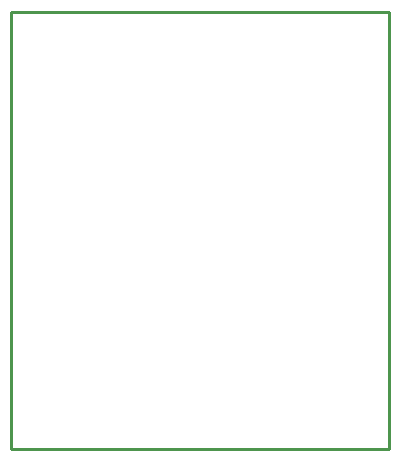
<source format=gm1>
G04*
G04 #@! TF.GenerationSoftware,Altium Limited,Altium Designer,21.1.1 (26)*
G04*
G04 Layer_Color=16711935*
%FSLAX44Y44*%
%MOMM*%
G71*
G04*
G04 #@! TF.SameCoordinates,10801997-8E17-44FE-B4C4-5EB474501812*
G04*
G04*
G04 #@! TF.FilePolarity,Positive*
G04*
G01*
G75*
%ADD15C,0.2540*%
D15*
X450Y-560D02*
Y369440D01*
Y-560D02*
X320450D01*
Y369440D01*
X450D02*
X320450D01*
X450Y-560D02*
Y369440D01*
Y-560D02*
X320450D01*
Y369440D01*
X450D02*
X320450D01*
M02*

</source>
